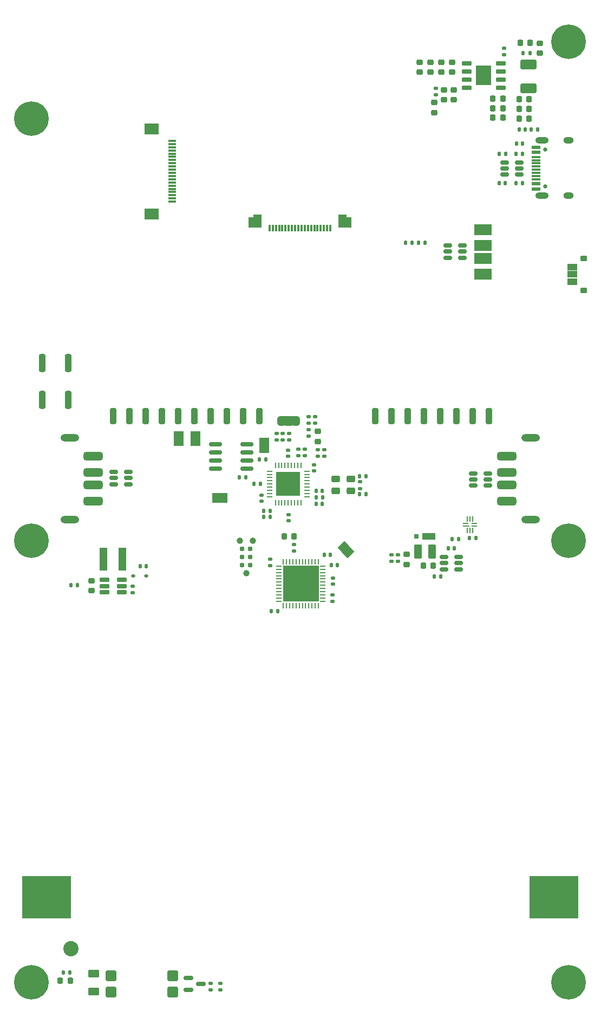
<source format=gbr>
%TF.GenerationSoftware,KiCad,Pcbnew,9.0.4*%
%TF.CreationDate,2025-09-18T14:59:59+02:00*%
%TF.ProjectId,blackpants,626c6163-6b70-4616-9e74-732e6b696361,V2.5*%
%TF.SameCoordinates,Original*%
%TF.FileFunction,Soldermask,Bot*%
%TF.FilePolarity,Negative*%
%FSLAX46Y46*%
G04 Gerber Fmt 4.6, Leading zero omitted, Abs format (unit mm)*
G04 Created by KiCad (PCBNEW 9.0.4) date 2025-09-18 14:59:59*
%MOMM*%
%LPD*%
G01*
G04 APERTURE LIST*
G04 Aperture macros list*
%AMRoundRect*
0 Rectangle with rounded corners*
0 $1 Rounding radius*
0 $2 $3 $4 $5 $6 $7 $8 $9 X,Y pos of 4 corners*
0 Add a 4 corners polygon primitive as box body*
4,1,4,$2,$3,$4,$5,$6,$7,$8,$9,$2,$3,0*
0 Add four circle primitives for the rounded corners*
1,1,$1+$1,$2,$3*
1,1,$1+$1,$4,$5*
1,1,$1+$1,$6,$7*
1,1,$1+$1,$8,$9*
0 Add four rect primitives between the rounded corners*
20,1,$1+$1,$2,$3,$4,$5,0*
20,1,$1+$1,$4,$5,$6,$7,0*
20,1,$1+$1,$6,$7,$8,$9,0*
20,1,$1+$1,$8,$9,$2,$3,0*%
%AMRotRect*
0 Rectangle, with rotation*
0 The origin of the aperture is its center*
0 $1 length*
0 $2 width*
0 $3 Rotation angle, in degrees counterclockwise*
0 Add horizontal line*
21,1,$1,$2,0,0,$3*%
%AMFreePoly0*
4,1,23,0.550000,-0.750000,0.000000,-0.750000,0.000000,-0.745722,-0.065263,-0.745722,-0.191342,-0.711940,-0.304381,-0.646677,-0.396677,-0.554381,-0.461940,-0.441342,-0.495722,-0.315263,-0.495722,-0.250000,-0.500000,-0.250000,-0.500000,0.250000,-0.495722,0.250000,-0.495722,0.315263,-0.461940,0.441342,-0.396677,0.554381,-0.304381,0.646677,-0.191342,0.711940,-0.065263,0.745722,0.000000,0.745722,
0.000000,0.750000,0.550000,0.750000,0.550000,-0.750000,0.550000,-0.750000,$1*%
%AMFreePoly1*
4,1,23,0.000000,0.745722,0.065263,0.745722,0.191342,0.711940,0.304381,0.646677,0.396677,0.554381,0.461940,0.441342,0.495722,0.315263,0.495722,0.250000,0.500000,0.250000,0.500000,-0.250000,0.495722,-0.250000,0.495722,-0.315263,0.461940,-0.441342,0.396677,-0.554381,0.304381,-0.646677,0.191342,-0.711940,0.065263,-0.745722,0.000000,-0.745722,0.000000,-0.750000,-0.550000,-0.750000,
-0.550000,0.750000,0.000000,0.750000,0.000000,0.745722,0.000000,0.745722,$1*%
%AMFreePoly2*
4,1,7,1.050000,-0.975000,-1.050000,-0.975000,-1.050000,0.625000,-0.250000,0.625000,-0.250000,0.975000,1.050000,0.975000,1.050000,-0.975000,1.050000,-0.975000,$1*%
%AMFreePoly3*
4,1,7,0.250000,0.625000,1.050000,0.625000,1.050000,-0.975000,-1.050000,-0.975000,-1.050000,0.975000,0.250000,0.975000,0.250000,0.625000,0.250000,0.625000,$1*%
G04 Aperture macros list end*
%ADD10C,0.000000*%
%ADD11RoundRect,0.135000X0.135000X0.185000X-0.135000X0.185000X-0.135000X-0.185000X0.135000X-0.185000X0*%
%ADD12C,5.400000*%
%ADD13RoundRect,0.140000X-0.140000X-0.170000X0.140000X-0.170000X0.140000X0.170000X-0.140000X0.170000X0*%
%ADD14RoundRect,0.225000X0.225000X0.250000X-0.225000X0.250000X-0.225000X-0.250000X0.225000X-0.250000X0*%
%ADD15RoundRect,0.225000X-0.250000X0.225000X-0.250000X-0.225000X0.250000X-0.225000X0.250000X0.225000X0*%
%ADD16RoundRect,0.140000X0.170000X-0.140000X0.170000X0.140000X-0.170000X0.140000X-0.170000X-0.140000X0*%
%ADD17R,2.700000X1.700000*%
%ADD18C,0.650000*%
%ADD19R,1.450000X0.600000*%
%ADD20R,1.450000X0.300000*%
%ADD21O,1.600000X1.000000*%
%ADD22O,2.100000X1.000000*%
%ADD23RoundRect,0.150000X-0.512500X-0.150000X0.512500X-0.150000X0.512500X0.150000X-0.512500X0.150000X0*%
%ADD24RoundRect,0.250000X0.625000X-0.375000X0.625000X0.375000X-0.625000X0.375000X-0.625000X-0.375000X0*%
%ADD25RoundRect,0.150000X-0.587500X-0.150000X0.587500X-0.150000X0.587500X0.150000X-0.587500X0.150000X0*%
%ADD26RoundRect,0.250000X-0.400000X-0.300000X0.400000X-0.300000X0.400000X0.300000X-0.400000X0.300000X0*%
%ADD27RoundRect,0.140000X-0.170000X0.140000X-0.170000X-0.140000X0.170000X-0.140000X0.170000X0.140000X0*%
%ADD28RotRect,1.000000X1.500000X315.000000*%
%ADD29RoundRect,0.062500X0.375000X0.062500X-0.375000X0.062500X-0.375000X-0.062500X0.375000X-0.062500X0*%
%ADD30RoundRect,0.062500X0.062500X0.375000X-0.062500X0.375000X-0.062500X-0.375000X0.062500X-0.375000X0*%
%ADD31R,5.600000X5.600000*%
%ADD32RoundRect,0.150000X-0.650000X-0.150000X0.650000X-0.150000X0.650000X0.150000X-0.650000X0.150000X0*%
%ADD33R,2.410000X3.100000*%
%ADD34RoundRect,0.225000X-0.225000X-0.250000X0.225000X-0.250000X0.225000X0.250000X-0.225000X0.250000X0*%
%ADD35RoundRect,0.135000X-0.135000X-0.185000X0.135000X-0.185000X0.135000X0.185000X-0.135000X0.185000X0*%
%ADD36RoundRect,0.135000X0.185000X-0.135000X0.185000X0.135000X-0.185000X0.135000X-0.185000X-0.135000X0*%
%ADD37RoundRect,0.050000X-0.437500X-0.050000X0.437500X-0.050000X0.437500X0.050000X-0.437500X0.050000X0*%
%ADD38RoundRect,0.050000X-0.337500X-0.050000X0.337500X-0.050000X0.337500X0.050000X-0.337500X0.050000X0*%
%ADD39RoundRect,0.050000X-0.050000X-0.337500X0.050000X-0.337500X0.050000X0.337500X-0.050000X0.337500X0*%
%ADD40RoundRect,0.162500X0.617500X0.162500X-0.617500X0.162500X-0.617500X-0.162500X0.617500X-0.162500X0*%
%ADD41RoundRect,0.150000X0.825000X0.150000X-0.825000X0.150000X-0.825000X-0.150000X0.825000X-0.150000X0*%
%ADD42C,2.390000*%
%ADD43RoundRect,0.102000X3.730000X3.235000X-3.730000X3.235000X-3.730000X-3.235000X3.730000X-3.235000X0*%
%ADD44R,1.500000X1.000000*%
%ADD45RoundRect,0.140000X0.140000X0.170000X-0.140000X0.170000X-0.140000X-0.170000X0.140000X-0.170000X0*%
%ADD46RoundRect,0.218750X0.218750X0.256250X-0.218750X0.256250X-0.218750X-0.256250X0.218750X-0.256250X0*%
%ADD47RoundRect,0.225000X0.250000X-0.225000X0.250000X0.225000X-0.250000X0.225000X-0.250000X-0.225000X0*%
%ADD48RoundRect,0.201750X-0.605250X-0.635250X0.605250X-0.635250X0.605250X0.635250X-0.605250X0.635250X0*%
%ADD49RoundRect,0.250001X0.999999X-0.499999X0.999999X0.499999X-0.999999X0.499999X-0.999999X-0.499999X0*%
%ADD50RoundRect,0.135000X-0.185000X0.135000X-0.185000X-0.135000X0.185000X-0.135000X0.185000X0.135000X0*%
%ADD51RoundRect,0.150000X0.512500X0.150000X-0.512500X0.150000X-0.512500X-0.150000X0.512500X-0.150000X0*%
%ADD52RoundRect,0.218750X0.256250X-0.218750X0.256250X0.218750X-0.256250X0.218750X-0.256250X-0.218750X0*%
%ADD53RoundRect,0.218750X-0.218750X-0.256250X0.218750X-0.256250X0.218750X0.256250X-0.218750X0.256250X0*%
%ADD54RoundRect,0.218750X-0.256250X0.218750X-0.256250X-0.218750X0.256250X-0.218750X0.256250X0.218750X0*%
%ADD55RoundRect,0.102000X-0.700000X0.400000X-0.700000X-0.400000X0.700000X-0.400000X0.700000X0.400000X0*%
%ADD56RoundRect,0.102000X-0.400000X0.325000X-0.400000X-0.325000X0.400000X-0.325000X0.400000X0.325000X0*%
%ADD57RoundRect,0.325000X-1.175000X0.325000X-1.175000X-0.325000X1.175000X-0.325000X1.175000X0.325000X0*%
%ADD58O,2.900000X1.200000*%
%ADD59RoundRect,0.250000X-0.250000X1.150000X-0.250000X-1.150000X0.250000X-1.150000X0.250000X1.150000X0*%
%ADD60RoundRect,0.250000X0.250000X-1.000000X0.250000X1.000000X-0.250000X1.000000X-0.250000X-1.000000X0*%
%ADD61FreePoly0,0.000000*%
%ADD62R,1.000000X1.500000*%
%ADD63FreePoly1,0.000000*%
%ADD64RoundRect,0.250000X0.375000X0.850000X-0.375000X0.850000X-0.375000X-0.850000X0.375000X-0.850000X0*%
%ADD65RoundRect,0.112500X0.187500X0.112500X-0.187500X0.112500X-0.187500X-0.112500X0.187500X-0.112500X0*%
%ADD66RoundRect,0.147500X0.147500X0.172500X-0.147500X0.172500X-0.147500X-0.172500X0.147500X-0.172500X0*%
%ADD67R,2.000000X1.100000*%
%ADD68R,0.800000X0.800000*%
%ADD69RoundRect,0.062500X0.062500X-0.350000X0.062500X0.350000X-0.062500X0.350000X-0.062500X-0.350000X0*%
%ADD70RoundRect,0.062500X0.350000X-0.062500X0.350000X0.062500X-0.350000X0.062500X-0.350000X-0.062500X0*%
%ADD71R,3.700000X3.700000*%
%ADD72C,0.990600*%
%ADD73C,0.787400*%
%ADD74RoundRect,0.325000X1.175000X-0.325000X1.175000X0.325000X-1.175000X0.325000X-1.175000X-0.325000X0*%
%ADD75R,1.150000X3.600000*%
%ADD76R,1.300000X0.300000*%
%ADD77R,2.200000X1.800000*%
%ADD78RoundRect,0.075000X-0.075000X-0.475000X0.075000X-0.475000X0.075000X0.475000X-0.075000X0.475000X0*%
%ADD79FreePoly2,0.000000*%
%ADD80FreePoly3,0.000000*%
G04 APERTURE END LIST*
D10*
%TO.C,JP1*%
G36*
X82796015Y-108935355D02*
G01*
X81735355Y-109996015D01*
X81523223Y-109783883D01*
X82583883Y-108723223D01*
X82796015Y-108935355D01*
G37*
%TO.C,JP2*%
G36*
X57850000Y-91900000D02*
G01*
X59350000Y-91900000D01*
X59350000Y-92200000D01*
X57850000Y-92200000D01*
X57850000Y-91900000D01*
G37*
%TO.C,JP3*%
G36*
X55250000Y-91900000D02*
G01*
X56750000Y-91900000D01*
X56750000Y-92200000D01*
X55250000Y-92200000D01*
X55250000Y-91900000D01*
G37*
%TO.C,JP5*%
G36*
X72450000Y-89992500D02*
G01*
X73950000Y-89992500D01*
X73950000Y-88492500D01*
X72450000Y-88492500D01*
X72450000Y-89992500D01*
G37*
%TO.C,JP6*%
G36*
X70150000Y-93250000D02*
G01*
X68650000Y-93250000D01*
X68650000Y-92950000D01*
X70150000Y-92950000D01*
X70150000Y-93250000D01*
G37*
%TO.C,JP4*%
G36*
X62600000Y-100550000D02*
G01*
X62300000Y-100550000D01*
X62300000Y-102050000D01*
X62600000Y-102050000D01*
X62600000Y-100550000D01*
G37*
%TD*%
D11*
%TO.C,R28*%
X69600000Y-95300000D03*
X68580000Y-95300000D03*
%TD*%
%TO.C,R27*%
X66500000Y-98100000D03*
X65480000Y-98100000D03*
%TD*%
D12*
%TO.C,H2*%
X117000000Y-30000000D03*
%TD*%
%TO.C,H1*%
X33000000Y-42000000D03*
%TD*%
%TO.C,H7*%
X117000000Y-108000000D03*
%TD*%
%TO.C,H6*%
X33000000Y-108000000D03*
%TD*%
%TO.C,H4*%
X33000000Y-177000000D03*
%TD*%
%TO.C,H3*%
X117000000Y-177000000D03*
%TD*%
D13*
%TO.C,C47*%
X108830000Y-45960000D03*
X109790000Y-45960000D03*
%TD*%
D14*
%TO.C,C19*%
X106675000Y-41900000D03*
X105125000Y-41900000D03*
%TD*%
D15*
%TO.C,C17*%
X96000000Y-39525000D03*
X96000000Y-41075000D03*
%TD*%
D16*
%TO.C,C7*%
X70350000Y-111860000D03*
X70350000Y-110900000D03*
%TD*%
D17*
%TO.C,J9*%
X103570000Y-63850000D03*
%TD*%
D18*
%TO.C,J8*%
X113310000Y-46870000D03*
X113310000Y-52650000D03*
D19*
X111865000Y-46510000D03*
X111865000Y-47310000D03*
D20*
X111865000Y-48510000D03*
X111865000Y-49510000D03*
X111865000Y-50010000D03*
X111865000Y-51010000D03*
D19*
X111865000Y-52210000D03*
X111865000Y-53010000D03*
X111865000Y-53010000D03*
X111865000Y-52210000D03*
D20*
X111865000Y-51510000D03*
X111865000Y-50510000D03*
X111865000Y-49010000D03*
X111865000Y-48010000D03*
D19*
X111865000Y-47310000D03*
X111865000Y-46510000D03*
D21*
X116960000Y-45440000D03*
D22*
X112780000Y-45440000D03*
D21*
X116960000Y-54080000D03*
D22*
X112780000Y-54080000D03*
%TD*%
D17*
%TO.C,J10*%
X103570000Y-66350000D03*
%TD*%
D16*
%TO.C,C30*%
X77300000Y-89580000D03*
X77300000Y-88620000D03*
%TD*%
D23*
%TO.C,U6*%
X102062500Y-99350000D03*
X102062500Y-98400000D03*
X102062500Y-97450000D03*
X104337500Y-97450000D03*
X104337500Y-98400000D03*
X104337500Y-99350000D03*
%TD*%
D13*
%TO.C,C13*%
X77510000Y-102200000D03*
X78470000Y-102200000D03*
%TD*%
D24*
%TO.C,F1*%
X42700000Y-178400000D03*
X42700000Y-175600000D03*
%TD*%
D25*
%TO.C,Q1*%
X57562500Y-178200000D03*
X57562500Y-176300000D03*
X59437500Y-177250000D03*
%TD*%
D26*
%TO.C,Y1*%
X80590000Y-98300000D03*
X82890000Y-98300000D03*
X82890000Y-100200000D03*
X80590000Y-100200000D03*
%TD*%
D27*
%TO.C,C9*%
X80050000Y-116470000D03*
X80050000Y-117430000D03*
%TD*%
D28*
%TO.C,JP1*%
X81700000Y-108900000D03*
X82619238Y-109819238D03*
%TD*%
D29*
%TO.C,U1*%
X78537500Y-111950000D03*
X78537500Y-112450000D03*
X78537500Y-112950001D03*
X78537500Y-113450000D03*
X78537500Y-113949999D03*
X78537500Y-114450000D03*
X78537500Y-114950000D03*
X78537500Y-115450001D03*
X78537500Y-115950000D03*
X78537500Y-116449999D03*
X78537500Y-116950000D03*
X78537500Y-117450000D03*
D30*
X77850000Y-118137500D03*
X77350000Y-118137500D03*
X76849999Y-118137500D03*
X76350000Y-118137500D03*
X75850001Y-118137500D03*
X75350000Y-118137500D03*
X74850000Y-118137500D03*
X74349999Y-118137500D03*
X73850000Y-118137500D03*
X73350001Y-118137500D03*
X72850000Y-118137500D03*
X72350000Y-118137500D03*
D29*
X71662500Y-117450000D03*
X71662500Y-116950000D03*
X71662500Y-116449999D03*
X71662500Y-115950000D03*
X71662500Y-115450001D03*
X71662500Y-114950000D03*
X71662500Y-114450000D03*
X71662500Y-113949999D03*
X71662500Y-113450000D03*
X71662500Y-112950001D03*
X71662500Y-112450000D03*
X71662500Y-111950000D03*
D30*
X72350000Y-111262500D03*
X72850000Y-111262500D03*
X73350001Y-111262500D03*
X73850000Y-111262500D03*
X74349999Y-111262500D03*
X74850000Y-111262500D03*
X75350000Y-111262500D03*
X75850001Y-111262500D03*
X76350000Y-111262500D03*
X76849999Y-111262500D03*
X77350000Y-111262500D03*
X77850000Y-111262500D03*
D31*
X75100000Y-114700000D03*
%TD*%
D32*
%TO.C,U2*%
X101050000Y-37205000D03*
X101050000Y-35935000D03*
X101050000Y-34665000D03*
X101050000Y-33395000D03*
X106350000Y-33395000D03*
X106350000Y-34665000D03*
X106350000Y-35935000D03*
X106350000Y-37205000D03*
D33*
X103700000Y-35300000D03*
%TD*%
D13*
%TO.C,C23*%
X77510000Y-100200000D03*
X78470000Y-100200000D03*
%TD*%
D34*
%TO.C,C25*%
X109225000Y-39000000D03*
X110775000Y-39000000D03*
%TD*%
D35*
%TO.C,R16*%
X95990000Y-113600000D03*
X97010000Y-113600000D03*
%TD*%
D36*
%TO.C,R38*%
X62500000Y-178210000D03*
X62500000Y-177190000D03*
%TD*%
D37*
%TO.C,U11*%
X101000000Y-105700000D03*
D38*
X100900000Y-105300000D03*
D39*
X101162500Y-104637500D03*
X101562500Y-104637500D03*
X101962500Y-104637500D03*
D38*
X102225000Y-105300000D03*
X102225000Y-105700000D03*
D39*
X101962500Y-106362500D03*
X101562500Y-106362500D03*
X101162500Y-106362500D03*
%TD*%
D11*
%TO.C,R21*%
X70320000Y-103300000D03*
X69300000Y-103300000D03*
%TD*%
D35*
%TO.C,R17*%
X109890000Y-31800000D03*
X110910000Y-31800000D03*
%TD*%
D40*
%TO.C,U15*%
X47090000Y-114125000D03*
X47090000Y-115075000D03*
X47090000Y-116025000D03*
X44390000Y-116025000D03*
X44390000Y-115075000D03*
X44390000Y-114125000D03*
%TD*%
D41*
%TO.C,U4*%
X66675000Y-92895000D03*
X66675000Y-94165000D03*
X66675000Y-95435000D03*
X66675000Y-96705000D03*
X61725000Y-96705000D03*
X61725000Y-95435000D03*
X61725000Y-94165000D03*
X61725000Y-92895000D03*
%TD*%
D42*
%TO.C,BT1*%
X39175000Y-171700000D03*
D43*
X35325000Y-163700000D03*
X114665000Y-163700000D03*
%TD*%
D15*
%TO.C,C32*%
X42400000Y-114215000D03*
X42400000Y-115765000D03*
%TD*%
D34*
%TO.C,C26*%
X109225000Y-42000000D03*
X110775000Y-42000000D03*
%TD*%
D17*
%TO.C,J7*%
X103570000Y-61850000D03*
%TD*%
D16*
%TO.C,C15*%
X68990000Y-101800000D03*
X68990000Y-100840000D03*
%TD*%
D44*
%TO.C,JP2*%
X58600000Y-91400000D03*
X58600000Y-92700000D03*
%TD*%
D45*
%TO.C,C29*%
X85270000Y-97900000D03*
X84310000Y-97900000D03*
%TD*%
D46*
%TO.C,D7*%
X39037500Y-176750000D03*
X37462500Y-176750000D03*
%TD*%
D47*
%TO.C,C21*%
X112500000Y-31775000D03*
X112500000Y-30225000D03*
%TD*%
D48*
%TO.C,U10*%
X45400000Y-178520000D03*
X45400000Y-175980000D03*
X55100000Y-175980000D03*
X55100000Y-178520000D03*
%TD*%
D13*
%TO.C,C8*%
X78740000Y-110200000D03*
X79700000Y-110200000D03*
%TD*%
D45*
%TO.C,C10*%
X71480000Y-119000000D03*
X70520000Y-119000000D03*
%TD*%
D49*
%TO.C,L1*%
X110700000Y-37250000D03*
X110700000Y-33550000D03*
%TD*%
D50*
%TO.C,R7*%
X76300000Y-90590000D03*
X76300000Y-91610000D03*
%TD*%
D35*
%TO.C,R26*%
X98780000Y-107700000D03*
X99800000Y-107700000D03*
%TD*%
D51*
%TO.C,U8*%
X100337500Y-61850000D03*
X100337500Y-62800000D03*
X100337500Y-63750000D03*
X98062500Y-63750000D03*
X98062500Y-62800000D03*
X98062500Y-61850000D03*
%TD*%
D52*
%TO.C,D3*%
X95400000Y-34787500D03*
X95400000Y-33212500D03*
%TD*%
D53*
%TO.C,D6*%
X72500000Y-107300000D03*
X74075000Y-107300000D03*
%TD*%
D44*
%TO.C,JP3*%
X56000000Y-91400000D03*
X56000000Y-92700000D03*
%TD*%
D27*
%TO.C,C31*%
X74700000Y-93720000D03*
X74700000Y-94680000D03*
%TD*%
D45*
%TO.C,C28*%
X85270000Y-100700000D03*
X84310000Y-100700000D03*
%TD*%
D11*
%TO.C,R11*%
X109790000Y-52090000D03*
X108770000Y-52090000D03*
%TD*%
D54*
%TO.C,D2*%
X93700000Y-33212500D03*
X93700000Y-34787500D03*
%TD*%
D36*
%TO.C,R23*%
X48800000Y-116100000D03*
X48800000Y-115080000D03*
%TD*%
D13*
%TO.C,C49*%
X106100000Y-52080000D03*
X107060000Y-52080000D03*
%TD*%
D27*
%TO.C,C6*%
X80150000Y-113820000D03*
X80150000Y-114780000D03*
%TD*%
D55*
%TO.C,PWR_BUTTON1*%
X117544543Y-65209611D03*
X117544543Y-66359611D03*
X117544543Y-67509611D03*
D56*
X119296571Y-63884611D03*
X119296571Y-68834611D03*
%TD*%
D45*
%TO.C,C45*%
X110175000Y-43700000D03*
X109215000Y-43700000D03*
%TD*%
D36*
%TO.C,R2*%
X74050000Y-109620000D03*
X74050000Y-108600000D03*
%TD*%
D57*
%TO.C,J4*%
X107350000Y-94800000D03*
X107350000Y-97300000D03*
X107350000Y-99300000D03*
X107350000Y-101800000D03*
D58*
X111050000Y-91900000D03*
X111050000Y-104700000D03*
%TD*%
D15*
%TO.C,C3*%
X99010000Y-37525000D03*
X99010000Y-39075000D03*
%TD*%
D50*
%TO.C,R10*%
X73300000Y-91190000D03*
X73300000Y-92210000D03*
%TD*%
D59*
%TO.C,SW1*%
X34700000Y-80200000D03*
X34700000Y-86000000D03*
X38700000Y-80200000D03*
X38700000Y-86000000D03*
%TD*%
D36*
%TO.C,R15*%
X106900000Y-32010000D03*
X106900000Y-30990000D03*
%TD*%
D11*
%TO.C,R12*%
X109800000Y-47500000D03*
X108780000Y-47500000D03*
%TD*%
D16*
%TO.C,C12*%
X73090000Y-94800000D03*
X73090000Y-93840000D03*
%TD*%
D60*
%TO.C,J1*%
X104485000Y-88525000D03*
X101945000Y-88525000D03*
X99405000Y-88525000D03*
X96865000Y-88525000D03*
X94325000Y-88525000D03*
X91785000Y-88525000D03*
X89245000Y-88525000D03*
X86705000Y-88525000D03*
%TD*%
D61*
%TO.C,JP5*%
X71900000Y-89242500D03*
D62*
X73200000Y-89242500D03*
D63*
X74500000Y-89242500D03*
%TD*%
D60*
%TO.C,J2*%
X68655000Y-88525000D03*
X66115000Y-88525000D03*
X63575000Y-88525000D03*
X61035000Y-88525000D03*
X58495000Y-88525000D03*
X55955000Y-88525000D03*
X53415000Y-88525000D03*
X50875000Y-88525000D03*
X48335000Y-88525000D03*
X45795000Y-88525000D03*
%TD*%
D50*
%TO.C,R4*%
X71300000Y-91190000D03*
X71300000Y-92210000D03*
%TD*%
D27*
%TO.C,C16*%
X73200000Y-103920000D03*
X73200000Y-104880000D03*
%TD*%
D52*
%TO.C,D5*%
X98800000Y-34787500D03*
X98800000Y-33212500D03*
%TD*%
D13*
%TO.C,C11*%
X79850000Y-111762500D03*
X80810000Y-111762500D03*
%TD*%
D45*
%TO.C,C1*%
X99117500Y-109200000D03*
X98157500Y-109200000D03*
%TD*%
%TO.C,C27*%
X68770000Y-99100000D03*
X67810000Y-99100000D03*
%TD*%
D17*
%TO.C,J6*%
X103570000Y-59350000D03*
%TD*%
D64*
%TO.C,L2*%
X95587500Y-109700000D03*
X93437500Y-109700000D03*
%TD*%
D50*
%TO.C,R19*%
X77800000Y-93790000D03*
X77800000Y-94810000D03*
%TD*%
D11*
%TO.C,R24*%
X94520000Y-61400000D03*
X93500000Y-61400000D03*
%TD*%
D50*
%TO.C,R9*%
X75700000Y-93690000D03*
X75700000Y-94710000D03*
%TD*%
D65*
%TO.C,D13*%
X50950000Y-113490000D03*
X48850000Y-113490000D03*
%TD*%
D11*
%TO.C,R20*%
X70320000Y-104300000D03*
X69300000Y-104300000D03*
%TD*%
D36*
%TO.C,R1*%
X90312500Y-111210000D03*
X90312500Y-110190000D03*
%TD*%
D51*
%TO.C,U7*%
X99775000Y-110550000D03*
X99775000Y-111500000D03*
X99775000Y-112450000D03*
X97500000Y-112450000D03*
X97500000Y-111500000D03*
X97500000Y-110550000D03*
%TD*%
D11*
%TO.C,R22*%
X40200000Y-114900000D03*
X39180000Y-114900000D03*
%TD*%
D44*
%TO.C,JP6*%
X69400000Y-93750000D03*
X69400000Y-92450000D03*
%TD*%
D15*
%TO.C,C2*%
X97500000Y-37525000D03*
X97500000Y-39075000D03*
%TD*%
D16*
%TO.C,C14*%
X77200000Y-97080000D03*
X77200000Y-96120000D03*
%TD*%
D36*
%TO.C,R5*%
X84370000Y-99820000D03*
X84370000Y-98800000D03*
%TD*%
D34*
%TO.C,C24*%
X109225000Y-40500000D03*
X110775000Y-40500000D03*
%TD*%
D13*
%TO.C,C50*%
X106140000Y-47520000D03*
X107100000Y-47520000D03*
%TD*%
D45*
%TO.C,C44*%
X50960000Y-112000000D03*
X50000000Y-112000000D03*
%TD*%
D36*
%TO.C,R13*%
X78800000Y-94800000D03*
X78800000Y-93780000D03*
%TD*%
D66*
%TO.C,FB2*%
X112100000Y-43700000D03*
X111130000Y-43700000D03*
%TD*%
D54*
%TO.C,D8*%
X77800000Y-90912500D03*
X77800000Y-92487500D03*
%TD*%
D67*
%TO.C,D1*%
X95092500Y-107300000D03*
D68*
X93192500Y-107300000D03*
%TD*%
D69*
%TO.C,U3*%
X75127500Y-102057500D03*
X74627500Y-102057500D03*
X74127500Y-102057500D03*
X73627500Y-102057500D03*
X73127500Y-102057500D03*
X72627500Y-102057500D03*
X72127500Y-102057500D03*
X71627500Y-102057500D03*
X71127500Y-102057500D03*
D70*
X70190000Y-101120000D03*
X70190000Y-100620000D03*
X70190000Y-100120000D03*
X70190000Y-99620000D03*
X70190000Y-99120000D03*
X70190000Y-98620000D03*
X70190000Y-98120000D03*
X70190000Y-97620000D03*
X70190000Y-97120000D03*
D69*
X71127500Y-96182500D03*
X71627500Y-96182500D03*
X72127500Y-96182500D03*
X72627500Y-96182500D03*
X73127500Y-96182500D03*
X73627500Y-96182500D03*
X74127500Y-96182500D03*
X74627500Y-96182500D03*
X75127500Y-96182500D03*
D70*
X76065000Y-97120000D03*
X76065000Y-97620000D03*
X76065000Y-98120000D03*
X76065000Y-98620000D03*
X76065000Y-99120000D03*
X76065000Y-99620000D03*
X76065000Y-100120000D03*
X76065000Y-100620000D03*
X76065000Y-101120000D03*
D71*
X73127500Y-99120000D03*
%TD*%
D50*
%TO.C,R14*%
X96200000Y-37290000D03*
X96200000Y-38310000D03*
%TD*%
D62*
%TO.C,JP4*%
X63100000Y-101300000D03*
X61800000Y-101300000D03*
%TD*%
D72*
%TO.C,J3*%
X66565000Y-113070000D03*
X65549000Y-107990000D03*
X67581000Y-107990000D03*
D73*
X65930000Y-111800000D03*
X67200000Y-111800000D03*
X65930000Y-110530000D03*
X67200000Y-110530000D03*
X65930000Y-109260000D03*
X67200000Y-109260000D03*
%TD*%
D14*
%TO.C,C18*%
X106675000Y-40400000D03*
X105125000Y-40400000D03*
%TD*%
D74*
%TO.C,J5*%
X42650000Y-101800000D03*
X42650000Y-99300000D03*
X42650000Y-97300000D03*
X42650000Y-94800000D03*
D58*
X38950000Y-104700000D03*
X38950000Y-91900000D03*
%TD*%
D35*
%TO.C,R8*%
X77480000Y-101200000D03*
X78500000Y-101200000D03*
%TD*%
D50*
%TO.C,R18*%
X89312500Y-110190000D03*
X89312500Y-111210000D03*
%TD*%
D75*
%TO.C,L3*%
X44225000Y-110890000D03*
X47175000Y-110890000D03*
%TD*%
D14*
%TO.C,C20*%
X106675000Y-38900000D03*
X105125000Y-38900000D03*
%TD*%
D34*
%TO.C,C22*%
X109425000Y-30200000D03*
X110975000Y-30200000D03*
%TD*%
D47*
%TO.C,C5*%
X91662500Y-111675000D03*
X91662500Y-110125000D03*
%TD*%
D34*
%TO.C,C4*%
X94237500Y-111900000D03*
X95787500Y-111900000D03*
%TD*%
D35*
%TO.C,R43*%
X37990000Y-175500000D03*
X39010000Y-175500000D03*
%TD*%
D54*
%TO.C,D4*%
X97100000Y-33212500D03*
X97100000Y-34787500D03*
%TD*%
D76*
%TO.C,J12*%
X55000000Y-55000000D03*
X55000000Y-54500000D03*
X55000000Y-54000000D03*
X55000000Y-53500000D03*
X55000000Y-53000000D03*
X55000000Y-52500000D03*
X55000000Y-52000000D03*
X55000000Y-51500000D03*
X55000000Y-51000000D03*
X55000000Y-50500000D03*
X55000000Y-50000000D03*
X55000000Y-49500000D03*
X55000000Y-49000000D03*
X55000000Y-48500000D03*
X55000000Y-48000000D03*
X55000000Y-47500000D03*
X55000000Y-47000000D03*
X55000000Y-46500000D03*
X55000000Y-46000000D03*
X55000000Y-45500000D03*
D77*
X51750000Y-56900000D03*
X51750000Y-43600000D03*
%TD*%
D13*
%TO.C,C33*%
X101500000Y-107600000D03*
X102460000Y-107600000D03*
%TD*%
D36*
%TO.C,R50*%
X61000000Y-178210000D03*
X61000000Y-177190000D03*
%TD*%
D78*
%TO.C,J11*%
X70215000Y-59125000D03*
X70715000Y-59125000D03*
X71215000Y-59125000D03*
X71715000Y-59125000D03*
X72215000Y-59125000D03*
X72715000Y-59125000D03*
X73215000Y-59125000D03*
X73715000Y-59125000D03*
X74215000Y-59125000D03*
X74715000Y-59125000D03*
X75215000Y-59125000D03*
X75715000Y-59125000D03*
X76215000Y-59125000D03*
X76715000Y-59125000D03*
X77215000Y-59125000D03*
X77715000Y-59125000D03*
X78215000Y-59125000D03*
X78715000Y-59125000D03*
X79215000Y-59125000D03*
X79715000Y-59125000D03*
D79*
X67965000Y-58000000D03*
D80*
X81965000Y-58000000D03*
%TD*%
D50*
%TO.C,R3*%
X72300000Y-91190000D03*
X72300000Y-92210000D03*
%TD*%
%TO.C,R6*%
X76300000Y-88590000D03*
X76300000Y-89610000D03*
%TD*%
D51*
%TO.C,U5*%
X48137500Y-97250000D03*
X48137500Y-98200000D03*
X48137500Y-99150000D03*
X45862500Y-99150000D03*
X45862500Y-98200000D03*
X45862500Y-97250000D03*
%TD*%
D11*
%TO.C,R25*%
X92500000Y-61400000D03*
X91480000Y-61400000D03*
%TD*%
D51*
%TO.C,U12*%
X109275000Y-48850000D03*
X109275000Y-49800000D03*
X109275000Y-50750000D03*
X107000000Y-50750000D03*
X107000000Y-49800000D03*
X107000000Y-48850000D03*
%TD*%
M02*

</source>
